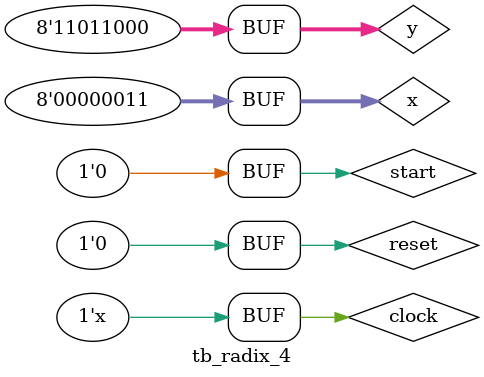
<source format=sv>
`timescale 1ns / 1ps


module tb_radix_4();
    reg clock, reset, start;
    reg signed [7:0] x, y;
    wire ready;
    wire[15:0] result;
    
    radix_4 instance_radix(clock, reset, start, x, y, result, ready);
    
    initial
    begin
        clock = 1;
        reset = 1;
        x = 3;
        y = -40;
        #10 reset <= 0;
        #10 start <= 1;
        #30 start <= 0;
    end
    
    always
    begin
        #5 clock <= ~clock;
    end
    
    always @(posedge ready)
    begin
        $display("wynik: %d", $signed(result));
    end
    
endmodule

</source>
